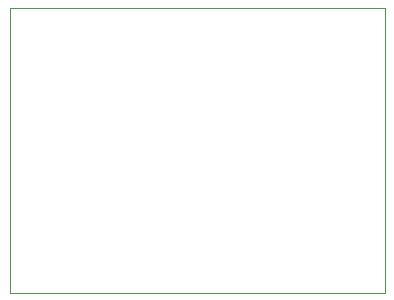
<source format=gbr>
%TF.GenerationSoftware,KiCad,Pcbnew,(5.1.6)-1*%
%TF.CreationDate,2024-12-09T13:12:19-05:00*%
%TF.ProjectId,connector_pcb,636f6e6e-6563-4746-9f72-5f7063622e6b,rev?*%
%TF.SameCoordinates,PX1bdb590PY2e063a0*%
%TF.FileFunction,Profile,NP*%
%FSLAX46Y46*%
G04 Gerber Fmt 4.6, Leading zero omitted, Abs format (unit mm)*
G04 Created by KiCad (PCBNEW (5.1.6)-1) date 2024-12-09 13:12:19*
%MOMM*%
%LPD*%
G01*
G04 APERTURE LIST*
%TA.AperFunction,Profile*%
%ADD10C,0.050000*%
%TD*%
G04 APERTURE END LIST*
D10*
X0Y0D02*
X0Y24130000D01*
X31750000Y0D02*
X0Y0D01*
X31750000Y24130000D02*
X31750000Y0D01*
X0Y24130000D02*
X31750000Y24130000D01*
M02*

</source>
